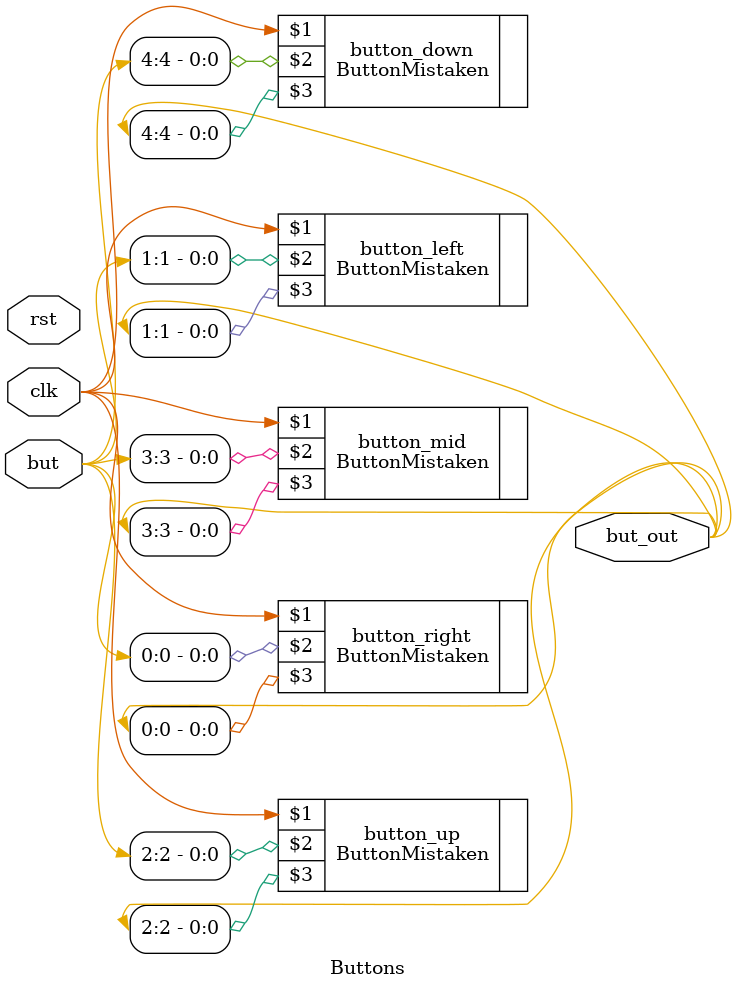
<source format=v>
`timescale 1ns / 1ps

module Buttons(
        input clk, rst,
        input[4:0] but,
        output[4:0] but_out
);
        ButtonMistaken button_right(clk, but[0], but_out[0]);
        ButtonMistaken button_left(clk, but[1], but_out[1]);
        ButtonMistaken button_up(clk, but[2], but_out[2]);
        ButtonMistaken button_mid(clk, but[3], but_out[3]);
        ButtonMistaken button_down(clk, but[4], but_out[4]);
endmodule

</source>
